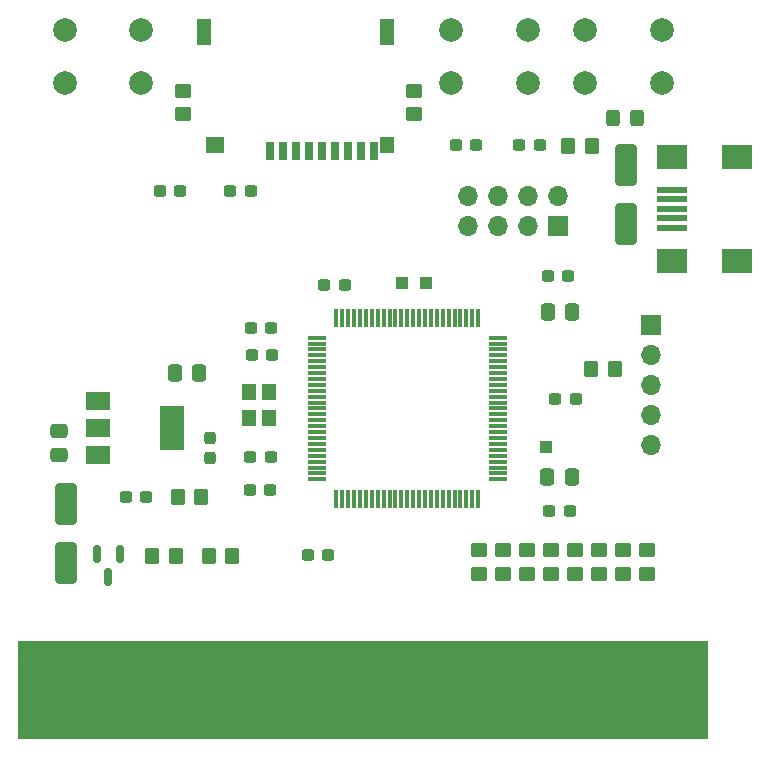
<source format=gts>
G04 #@! TF.GenerationSoftware,KiCad,Pcbnew,8.0.2*
G04 #@! TF.CreationDate,2025-03-01T20:33:07+01:00*
G04 #@! TF.ProjectId,KungFuFlash2,4b756e67-4675-4466-9c61-7368322e6b69,1*
G04 #@! TF.SameCoordinates,Original*
G04 #@! TF.FileFunction,Soldermask,Top*
G04 #@! TF.FilePolarity,Negative*
%FSLAX46Y46*%
G04 Gerber Fmt 4.6, Leading zero omitted, Abs format (unit mm)*
G04 Created by KiCad (PCBNEW 8.0.2) date 2025-03-01 20:33:07*
%MOMM*%
%LPD*%
G01*
G04 APERTURE LIST*
G04 Aperture macros list*
%AMRoundRect*
0 Rectangle with rounded corners*
0 $1 Rounding radius*
0 $2 $3 $4 $5 $6 $7 $8 $9 X,Y pos of 4 corners*
0 Add a 4 corners polygon primitive as box body*
4,1,4,$2,$3,$4,$5,$6,$7,$8,$9,$2,$3,0*
0 Add four circle primitives for the rounded corners*
1,1,$1+$1,$2,$3*
1,1,$1+$1,$4,$5*
1,1,$1+$1,$6,$7*
1,1,$1+$1,$8,$9*
0 Add four rect primitives between the rounded corners*
20,1,$1+$1,$2,$3,$4,$5,0*
20,1,$1+$1,$4,$5,$6,$7,0*
20,1,$1+$1,$6,$7,$8,$9,0*
20,1,$1+$1,$8,$9,$2,$3,0*%
G04 Aperture macros list end*
%ADD10C,2.000000*%
%ADD11RoundRect,0.237500X0.300000X0.237500X-0.300000X0.237500X-0.300000X-0.237500X0.300000X-0.237500X0*%
%ADD12R,1.200000X1.400000*%
%ADD13RoundRect,0.237500X-0.300000X-0.237500X0.300000X-0.237500X0.300000X0.237500X-0.300000X0.237500X0*%
%ADD14R,58.420000X8.300000*%
%ADD15R,1.524000X8.000000*%
%ADD16RoundRect,0.250000X-0.337500X-0.475000X0.337500X-0.475000X0.337500X0.475000X-0.337500X0.475000X0*%
%ADD17RoundRect,0.250000X0.350000X0.450000X-0.350000X0.450000X-0.350000X-0.450000X0.350000X-0.450000X0*%
%ADD18RoundRect,0.250000X0.337500X0.475000X-0.337500X0.475000X-0.337500X-0.475000X0.337500X-0.475000X0*%
%ADD19RoundRect,0.250000X-0.325000X-0.450000X0.325000X-0.450000X0.325000X0.450000X-0.325000X0.450000X0*%
%ADD20R,0.700000X1.600000*%
%ADD21R,1.200000X2.200000*%
%ADD22R,1.600000X1.400000*%
%ADD23RoundRect,0.250000X-0.450000X0.350000X-0.450000X-0.350000X0.450000X-0.350000X0.450000X0.350000X0*%
%ADD24RoundRect,0.250000X-0.350000X-0.450000X0.350000X-0.450000X0.350000X0.450000X-0.350000X0.450000X0*%
%ADD25RoundRect,0.150000X-0.150000X0.587500X-0.150000X-0.587500X0.150000X-0.587500X0.150000X0.587500X0*%
%ADD26R,2.000000X1.500000*%
%ADD27R,2.000000X3.800000*%
%ADD28RoundRect,0.250000X0.475000X-0.337500X0.475000X0.337500X-0.475000X0.337500X-0.475000X-0.337500X0*%
%ADD29RoundRect,0.237500X-0.237500X0.300000X-0.237500X-0.300000X0.237500X-0.300000X0.237500X0.300000X0*%
%ADD30RoundRect,0.075000X-0.725000X-0.075000X0.725000X-0.075000X0.725000X0.075000X-0.725000X0.075000X0*%
%ADD31RoundRect,0.075000X-0.075000X-0.725000X0.075000X-0.725000X0.075000X0.725000X-0.075000X0.725000X0*%
%ADD32C,0.001000*%
%ADD33R,2.500000X0.500000*%
%ADD34R,2.500000X2.000000*%
%ADD35RoundRect,0.250000X0.450000X-0.350000X0.450000X0.350000X-0.450000X0.350000X-0.450000X-0.350000X0*%
%ADD36R,1.000000X1.000000*%
%ADD37RoundRect,0.250000X-0.650000X1.500000X-0.650000X-1.500000X0.650000X-1.500000X0.650000X1.500000X0*%
%ADD38R,1.700000X1.700000*%
%ADD39O,1.700000X1.700000*%
G04 APERTURE END LIST*
D10*
X112331500Y-70366500D03*
X118831500Y-70366500D03*
X112331500Y-74866500D03*
X118831500Y-74866500D03*
D11*
X97102000Y-95631000D03*
X95377000Y-95631000D03*
X97028000Y-109347000D03*
X95303000Y-109347000D03*
D12*
X96916250Y-103263000D03*
X96916250Y-101063000D03*
X95216250Y-101063000D03*
X95216250Y-103263000D03*
D13*
X121158000Y-101600000D03*
X122883000Y-101600000D03*
D14*
X104898000Y-126249501D03*
D15*
X78228000Y-126121227D03*
X80768000Y-126121227D03*
X83308000Y-126121227D03*
X85848000Y-126121227D03*
X88388000Y-126121227D03*
X90928000Y-126121227D03*
X93468000Y-126121227D03*
X96008000Y-126121227D03*
X98548000Y-126121227D03*
X101088000Y-126121227D03*
X103628000Y-126121227D03*
X106168000Y-126121227D03*
X108708000Y-126121227D03*
X111248000Y-126121227D03*
X113788000Y-126121227D03*
X116328000Y-126121227D03*
X118868000Y-126121227D03*
X121408000Y-126121227D03*
X123948000Y-126121227D03*
X126488000Y-126121227D03*
X129028000Y-126121227D03*
X131568000Y-126121227D03*
D13*
X95341250Y-106504000D03*
X97066250Y-106504000D03*
D16*
X120523000Y-94234000D03*
X122598000Y-94234000D03*
D13*
X95466250Y-97904000D03*
X97191250Y-97904000D03*
D17*
X126206000Y-99060000D03*
X124206000Y-99060000D03*
D18*
X122555000Y-108204000D03*
X120480000Y-108204000D03*
D13*
X101600000Y-91948000D03*
X103325000Y-91948000D03*
X120523000Y-91186000D03*
X122248000Y-91186000D03*
D19*
X126029500Y-77851000D03*
X128079500Y-77851000D03*
D10*
X79606000Y-70366500D03*
X86106000Y-70366500D03*
X79606000Y-74866500D03*
X86106000Y-74866500D03*
D20*
X96984000Y-80648500D03*
X98084000Y-80648500D03*
X99184000Y-80648500D03*
X100284000Y-80648500D03*
X101384000Y-80648500D03*
D12*
X106934000Y-80148500D03*
D21*
X106934000Y-70548500D03*
D20*
X102484000Y-80648500D03*
D22*
X92334000Y-80148500D03*
D21*
X91434000Y-70548500D03*
D20*
X103584000Y-80648500D03*
X104684000Y-80648500D03*
X105784000Y-80648500D03*
D23*
X89598500Y-75526500D03*
X89598500Y-77526500D03*
D24*
X86993500Y-114901000D03*
X88993500Y-114901000D03*
D17*
X91193500Y-109901000D03*
X89193500Y-109901000D03*
D24*
X122244500Y-80200500D03*
X124244500Y-80200500D03*
D25*
X84262000Y-114775500D03*
X82362000Y-114775500D03*
X83312000Y-116650500D03*
D26*
X82409500Y-101776500D03*
X82409500Y-104076500D03*
D27*
X88709500Y-104076500D03*
D26*
X82409500Y-106376500D03*
D28*
X79121000Y-106384000D03*
X79121000Y-104309000D03*
D18*
X91008000Y-99441000D03*
X88933000Y-99441000D03*
D11*
X119812000Y-80137000D03*
X118087000Y-80137000D03*
D29*
X91948000Y-104914500D03*
X91948000Y-106639500D03*
D11*
X95364500Y-84010500D03*
X93639500Y-84010500D03*
D10*
X123675000Y-70358000D03*
X130175000Y-70358000D03*
X123675000Y-74858000D03*
X130175000Y-74858000D03*
D13*
X112725000Y-80137000D03*
X114450000Y-80137000D03*
D11*
X89367500Y-84010500D03*
X87642500Y-84010500D03*
D23*
X109220000Y-75526500D03*
X109220000Y-77526500D03*
D11*
X101928000Y-114808000D03*
X100203000Y-114808000D03*
D30*
X100942000Y-96417000D03*
X100942000Y-96917000D03*
X100942000Y-97417000D03*
X100942000Y-97917000D03*
X100942000Y-98417000D03*
X100942000Y-98917000D03*
X100942000Y-99417000D03*
X100942000Y-99917000D03*
X100942000Y-100417000D03*
X100942000Y-100917000D03*
X100942000Y-101417000D03*
X100942000Y-101917000D03*
X100942000Y-102417000D03*
X100942000Y-102917000D03*
X100942000Y-103417000D03*
X100942000Y-103917000D03*
X100942000Y-104417000D03*
X100942000Y-104917000D03*
X100942000Y-105417000D03*
X100942000Y-105917000D03*
X100942000Y-106417000D03*
X100942000Y-106917000D03*
X100942000Y-107417000D03*
X100942000Y-107917000D03*
X100942000Y-108417000D03*
D31*
X102617000Y-110092000D03*
X103117000Y-110092000D03*
X103617000Y-110092000D03*
X104117000Y-110092000D03*
X104617000Y-110092000D03*
X105117000Y-110092000D03*
X105617000Y-110092000D03*
X106117000Y-110092000D03*
X106617000Y-110092000D03*
X107117000Y-110092000D03*
X107617000Y-110092000D03*
X108117000Y-110092000D03*
X108617000Y-110092000D03*
X109117000Y-110092000D03*
X109617000Y-110092000D03*
X110117000Y-110092000D03*
X110617000Y-110092000D03*
X111117000Y-110092000D03*
X111617000Y-110092000D03*
X112117000Y-110092000D03*
X112617000Y-110092000D03*
X113117000Y-110092000D03*
X113617000Y-110092000D03*
X114117000Y-110092000D03*
X114617000Y-110092000D03*
D30*
X116292000Y-108417000D03*
X116292000Y-107917000D03*
X116292000Y-107417000D03*
X116292000Y-106917000D03*
X116292000Y-106417000D03*
X116292000Y-105917000D03*
X116292000Y-105417000D03*
X116292000Y-104917000D03*
X116292000Y-104417000D03*
X116292000Y-103917000D03*
X116292000Y-103417000D03*
X116292000Y-102917000D03*
X116292000Y-102417000D03*
X116292000Y-101917000D03*
X116292000Y-101417000D03*
X116292000Y-100917000D03*
X116292000Y-100417000D03*
X116292000Y-99917000D03*
X116292000Y-99417000D03*
X116292000Y-98917000D03*
X116292000Y-98417000D03*
X116292000Y-97917000D03*
X116292000Y-97417000D03*
X116292000Y-96917000D03*
X116292000Y-96417000D03*
D31*
X114617000Y-94742000D03*
X114117000Y-94742000D03*
X113617000Y-94742000D03*
X113117000Y-94742000D03*
X112617000Y-94742000D03*
X112117000Y-94742000D03*
X111617000Y-94742000D03*
X111117000Y-94742000D03*
X110617000Y-94742000D03*
X110117000Y-94742000D03*
X109617000Y-94742000D03*
X109117000Y-94742000D03*
X108617000Y-94742000D03*
X108117000Y-94742000D03*
X107617000Y-94742000D03*
X107117000Y-94742000D03*
X106617000Y-94742000D03*
X106117000Y-94742000D03*
X105617000Y-94742000D03*
X105117000Y-94742000D03*
X104617000Y-94742000D03*
X104117000Y-94742000D03*
X103617000Y-94742000D03*
X103117000Y-94742000D03*
X102617000Y-94742000D03*
D32*
X133664000Y-87716000D03*
X133664000Y-83316000D03*
D33*
X131064000Y-87116000D03*
X131064000Y-86316000D03*
X131064000Y-85516000D03*
X131064000Y-84716000D03*
X131064000Y-83916000D03*
D34*
X131064000Y-89916000D03*
X136564000Y-89916000D03*
X131064000Y-81116000D03*
X136564000Y-81116000D03*
D35*
X124816000Y-116427000D03*
X124816000Y-114427000D03*
X122784000Y-116427000D03*
X122784000Y-114427000D03*
X126848000Y-116427000D03*
X126848000Y-114427000D03*
D36*
X108204000Y-91821000D03*
D35*
X116688000Y-116427000D03*
X116688000Y-114427000D03*
X120752000Y-116427000D03*
X120752000Y-114427000D03*
D36*
X120396000Y-105664000D03*
D13*
X120650000Y-111125000D03*
X122375000Y-111125000D03*
D17*
X93793500Y-114901000D03*
X91793500Y-114901000D03*
D35*
X118720000Y-116427000D03*
X118720000Y-114427000D03*
D37*
X127127000Y-81788000D03*
X127127000Y-86788000D03*
D36*
X110236000Y-91821000D03*
D35*
X114656000Y-116427000D03*
X114656000Y-114427000D03*
X128905000Y-116427000D03*
X128905000Y-114427000D03*
D38*
X121412000Y-86995000D03*
D39*
X121412000Y-84455000D03*
X118872000Y-86995000D03*
X118872000Y-84455000D03*
X116332000Y-86995000D03*
X116332000Y-84455000D03*
X113792000Y-86995000D03*
X113792000Y-84455000D03*
D38*
X129286000Y-95351600D03*
D39*
X129286000Y-97891600D03*
X129286000Y-100431600D03*
X129286000Y-102971600D03*
X129286000Y-105511600D03*
D37*
X79692500Y-110534635D03*
X79692500Y-115534635D03*
D13*
X84793500Y-109901000D03*
X86518500Y-109901000D03*
M02*

</source>
